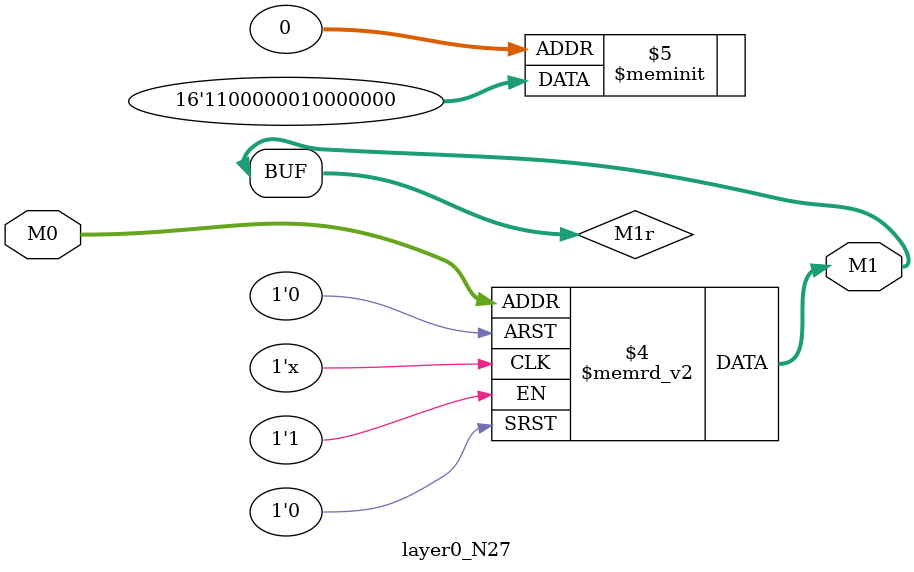
<source format=v>
module layer0_N27 ( input [2:0] M0, output [1:0] M1 );

	(*rom_style = "distributed" *) reg [1:0] M1r;
	assign M1 = M1r;
	always @ (M0) begin
		case (M0)
			3'b000: M1r = 2'b00;
			3'b100: M1r = 2'b00;
			3'b010: M1r = 2'b00;
			3'b110: M1r = 2'b00;
			3'b001: M1r = 2'b00;
			3'b101: M1r = 2'b00;
			3'b011: M1r = 2'b10;
			3'b111: M1r = 2'b11;

		endcase
	end
endmodule

</source>
